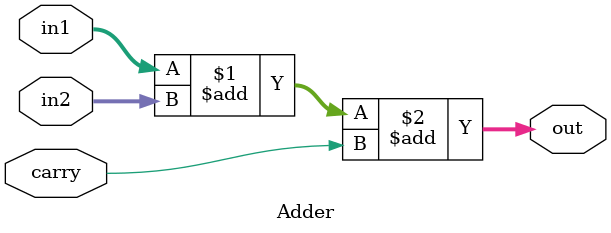
<source format=v>
module Adder #(parameter
	L_datain1 = 32,
	L_datain2 = 32,
	L_dataout = 32,
	res_bits = L_dataout - L_datain2
)(
	output signed [L_dataout-1: 0] out,
	input signed [L_datain1-1: 0] in1,
	input signed [L_datain2-1: 0] in2,
	input carry
);
assign out = in1 +  in2 + carry;
endmodule

</source>
